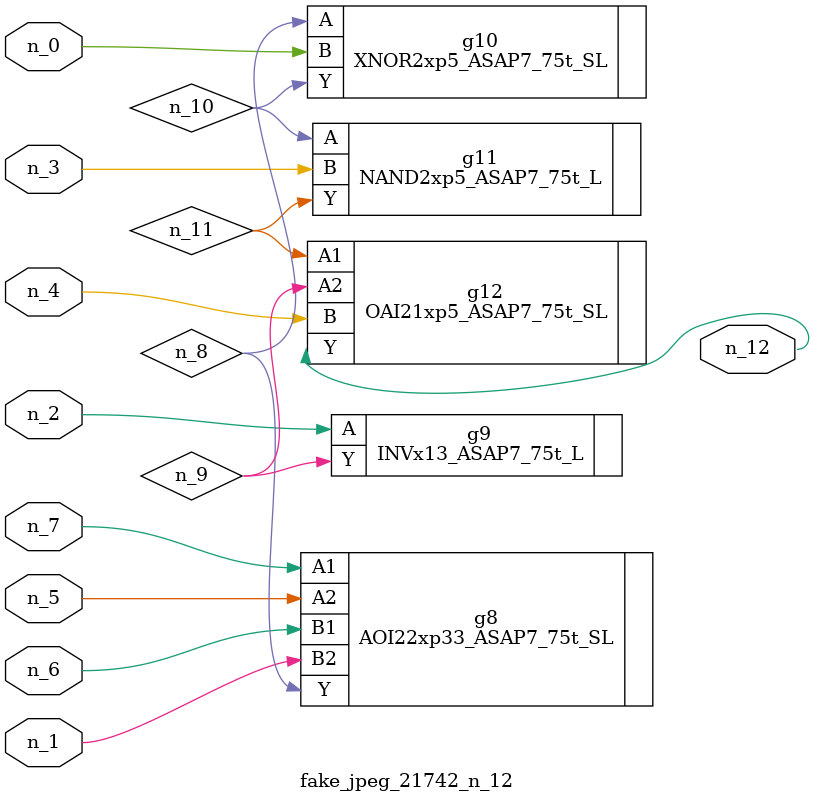
<source format=v>
module fake_jpeg_21742_n_12 (n_3, n_2, n_1, n_0, n_4, n_6, n_5, n_7, n_12);

input n_3;
input n_2;
input n_1;
input n_0;
input n_4;
input n_6;
input n_5;
input n_7;

output n_12;

wire n_11;
wire n_10;
wire n_8;
wire n_9;

AOI22xp33_ASAP7_75t_SL g8 ( 
.A1(n_7),
.A2(n_5),
.B1(n_6),
.B2(n_1),
.Y(n_8)
);

INVx13_ASAP7_75t_L g9 ( 
.A(n_2),
.Y(n_9)
);

XNOR2xp5_ASAP7_75t_SL g10 ( 
.A(n_8),
.B(n_0),
.Y(n_10)
);

NAND2xp5_ASAP7_75t_L g11 ( 
.A(n_10),
.B(n_3),
.Y(n_11)
);

OAI21xp5_ASAP7_75t_SL g12 ( 
.A1(n_11),
.A2(n_9),
.B(n_4),
.Y(n_12)
);


endmodule
</source>
